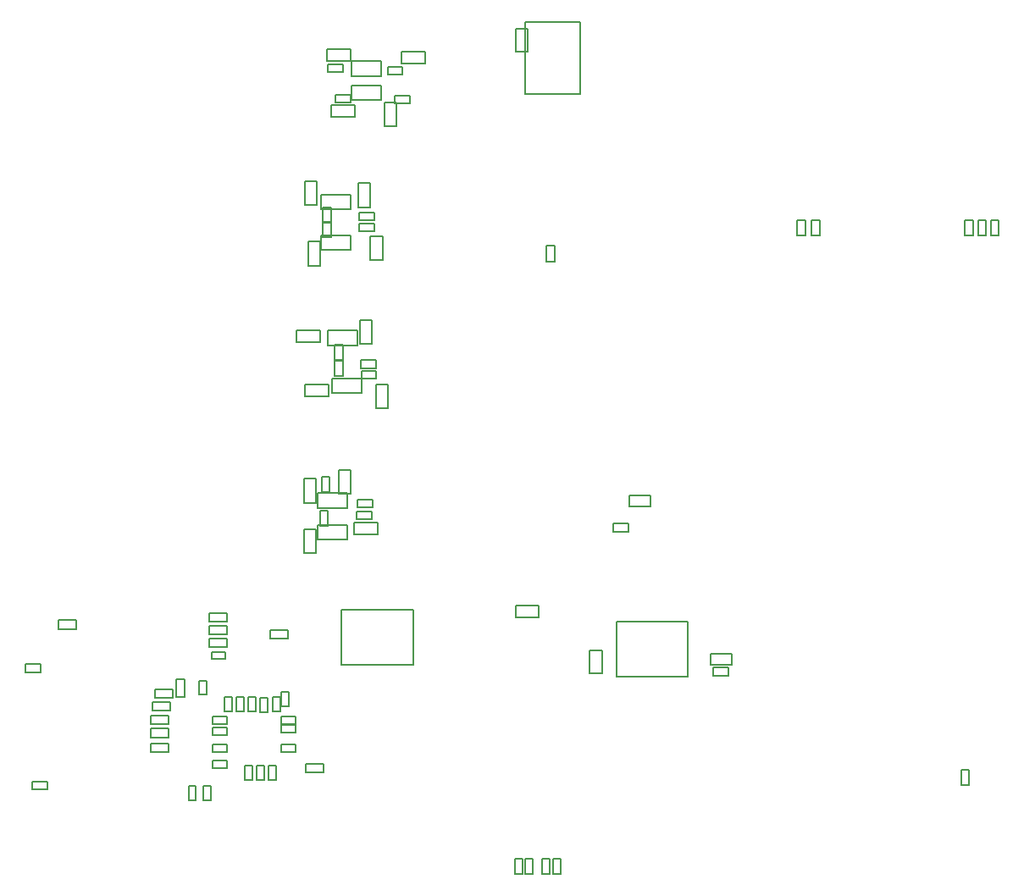
<source format=gbr>
G04*
G04 #@! TF.GenerationSoftware,Altium Limited,Altium Designer,23.7.1 (13)*
G04*
G04 Layer_Color=16711935*
%FSLAX25Y25*%
%MOIN*%
G70*
G04*
G04 #@! TF.SameCoordinates,E44608C4-6370-4D0E-AFC6-BBC59DA78F3B*
G04*
G04*
G04 #@! TF.FilePolarity,Positive*
G04*
G01*
G75*
%ADD12C,0.00787*%
D12*
X280895Y-301418D02*
X289055D01*
Y-297195D01*
X280895D02*
X289055D01*
X280895Y-301418D02*
Y-297195D01*
X243783Y-284398D02*
X271933D01*
X243783Y-306051D02*
Y-284398D01*
Y-306051D02*
X271933D01*
Y-284398D01*
X130709Y-195669D02*
Y-190945D01*
X121260Y-195669D02*
X130709D01*
X121260D02*
Y-190945D01*
X130709D01*
X122614Y-144206D02*
Y-134757D01*
Y-144206D02*
X127338D01*
Y-134757D01*
X122614D02*
X127338D01*
X159088Y-64717D02*
X168537D01*
Y-59993D01*
X159088D02*
X168537D01*
X159088Y-64717D02*
Y-59993D01*
X139512Y-63862D02*
X151158D01*
X139512Y-69603D02*
Y-63862D01*
Y-69603D02*
X151158D01*
Y-63862D01*
X129816Y-59098D02*
X139265D01*
X129816Y-63823D02*
Y-59098D01*
Y-63823D02*
X139265D01*
Y-59098D01*
X130110Y-64997D02*
X136063D01*
X130110Y-68146D02*
Y-64997D01*
Y-68146D02*
X136063D01*
Y-64997D01*
X153732Y-69095D02*
Y-65945D01*
X159685D01*
Y-69095D02*
Y-65945D01*
X153732Y-69095D02*
X159685D01*
X135699Y-279665D02*
X163848D01*
X135699Y-301319D02*
Y-279665D01*
Y-301319D02*
X163848D01*
Y-279665D01*
X248988Y-239034D02*
X257148D01*
Y-234812D01*
X248988D02*
X257148D01*
X248988Y-239034D02*
Y-234812D01*
X13817Y-347349D02*
X19770D01*
X13817Y-350499D02*
Y-347349D01*
Y-350499D02*
X19770D01*
Y-347349D01*
X11203Y-301139D02*
X17156D01*
X11203Y-304289D02*
Y-301139D01*
Y-304289D02*
X17156D01*
Y-301139D01*
X141681Y-244084D02*
Y-240934D01*
X147635D01*
Y-244084D02*
Y-240934D01*
X141681Y-244084D02*
X147635D01*
X140405Y-250000D02*
Y-245276D01*
X149854D01*
Y-250000D02*
Y-245276D01*
X140405Y-250000D02*
X149854D01*
X127067Y-246784D02*
X130217D01*
X127067D02*
Y-240831D01*
X130217D01*
Y-246784D02*
Y-240831D01*
X120711Y-248031D02*
X125435D01*
Y-257480D02*
Y-248031D01*
X120711Y-257480D02*
X125435D01*
X120711D02*
Y-248031D01*
X126170Y-252173D02*
Y-246432D01*
X137817D01*
Y-252173D02*
Y-246432D01*
X126170Y-252173D02*
X137817D01*
X141925Y-239469D02*
Y-236320D01*
X147879D01*
Y-239469D02*
Y-236320D01*
X141925Y-239469D02*
X147879D01*
X134502Y-234121D02*
X139227D01*
X134502D02*
Y-224672D01*
X139227D01*
Y-234121D02*
Y-224672D01*
X127793Y-233488D02*
X130943D01*
X127793D02*
Y-227535D01*
X130943D01*
Y-233488D02*
Y-227535D01*
X120842Y-237598D02*
X125566D01*
X120842D02*
Y-228150D01*
X125566D01*
Y-237598D02*
Y-228150D01*
X126202Y-239583D02*
Y-233842D01*
X137849D01*
Y-239583D02*
Y-233842D01*
X126202Y-239583D02*
X137849D01*
X149204Y-191019D02*
X153928D01*
Y-200468D02*
Y-191019D01*
X149204Y-200468D02*
X153928D01*
X149204D02*
Y-191019D01*
X143406Y-188779D02*
Y-185630D01*
X149359D01*
Y-188779D02*
Y-185630D01*
X143406Y-188779D02*
X149359D01*
X132966Y-187745D02*
X136115D01*
X132966D02*
Y-181791D01*
X136115D01*
Y-187745D02*
Y-181791D01*
X131824Y-194324D02*
Y-188583D01*
X143471D01*
Y-194324D02*
Y-188583D01*
X131824Y-194324D02*
X143471D01*
X143201Y-184646D02*
Y-181496D01*
X149154D01*
Y-184646D02*
Y-181496D01*
X143201Y-184646D02*
X149154D01*
X142964Y-175000D02*
X147688D01*
X142964D02*
Y-165551D01*
X147688D01*
Y-175000D02*
Y-165551D01*
X132951Y-175416D02*
X136100D01*
Y-181369D02*
Y-175416D01*
X132951Y-181369D02*
X136100D01*
X132951D02*
Y-175416D01*
X127332Y-174282D02*
Y-169557D01*
X117883Y-174282D02*
X127332D01*
X117883D02*
Y-169557D01*
X127332D01*
X130333Y-175565D02*
Y-169824D01*
X141979D01*
Y-175565D02*
Y-169824D01*
X130333Y-175565D02*
X141979D01*
X379528Y-342850D02*
X382677D01*
Y-348803D02*
Y-342850D01*
X379528Y-348803D02*
X382677D01*
X379528D02*
Y-342850D01*
X73962Y-314037D02*
Y-307059D01*
X70527D02*
X73962D01*
X70527Y-314037D02*
Y-307059D01*
Y-314037D02*
X73962D01*
X121511Y-340275D02*
X128489D01*
X121511Y-343710D02*
Y-340275D01*
Y-343710D02*
X128489D01*
Y-340275D01*
X83672Y-284424D02*
X90650D01*
Y-280989D01*
X83672D02*
X90650D01*
X83672Y-284424D02*
Y-280989D01*
X83672Y-285989D02*
X90650D01*
X83672Y-289424D02*
Y-285989D01*
Y-289424D02*
X90650D01*
Y-285989D01*
X107591Y-287546D02*
X114569D01*
X107591Y-290981D02*
Y-287546D01*
Y-290981D02*
X114569D01*
Y-287546D01*
X83672Y-294424D02*
X90650D01*
Y-290989D01*
X83672D02*
X90650D01*
X83672Y-294424D02*
Y-290989D01*
X218845Y-383577D02*
X221995D01*
X218845D02*
Y-377623D01*
X221995D01*
Y-383577D02*
Y-377623D01*
X97432Y-346761D02*
Y-340964D01*
Y-346761D02*
X100385D01*
Y-340964D01*
X97432D02*
X100385D01*
X146965Y-121260D02*
Y-111811D01*
X142241D02*
X146965D01*
X142241Y-121260D02*
Y-111811D01*
Y-121260D02*
X146965D01*
X214545Y-383577D02*
X217695D01*
X214545D02*
Y-377623D01*
X217695D01*
Y-383577D02*
Y-377623D01*
X207880Y-383577D02*
X211030D01*
X207880D02*
Y-377623D01*
X211030D01*
Y-383577D02*
Y-377623D01*
X203880Y-383577D02*
X207030D01*
X203880D02*
Y-377623D01*
X207030D01*
Y-383577D02*
Y-377623D01*
X229691Y-76575D02*
Y-48425D01*
X208037D02*
X229691D01*
X208037Y-76575D02*
Y-48425D01*
Y-76575D02*
X229691D01*
X24070Y-287229D02*
X31048D01*
Y-283794D01*
X24070D02*
X31048D01*
X24070Y-287229D02*
Y-283794D01*
X384055Y-132413D02*
Y-126460D01*
X380906D02*
X384055D01*
X380906Y-132413D02*
Y-126460D01*
Y-132413D02*
X384055D01*
X389370D02*
Y-126460D01*
X386221D02*
X389370D01*
X386221Y-132413D02*
Y-126460D01*
Y-132413D02*
X389370D01*
X394291D02*
Y-126460D01*
X391142D02*
X394291D01*
X391142Y-132413D02*
Y-126460D01*
Y-132413D02*
X394291D01*
X323819D02*
Y-126460D01*
X320669D02*
X323819D01*
X320669Y-132413D02*
Y-126460D01*
Y-132413D02*
X323819D01*
X318067D02*
Y-126460D01*
X314917D02*
X318067D01*
X314917Y-132413D02*
Y-126460D01*
Y-132413D02*
X318067D01*
X248550Y-248992D02*
Y-245842D01*
X242597Y-248992D02*
X248550D01*
X242597D02*
Y-245842D01*
X248550D01*
X204155Y-50886D02*
X208879D01*
Y-59941D02*
Y-50886D01*
X204155Y-59941D02*
X208879D01*
X204155D02*
Y-50886D01*
X121260Y-120521D02*
X125984D01*
X121260D02*
Y-111073D01*
X125984D01*
Y-120521D02*
Y-111073D01*
X142617Y-126378D02*
Y-123228D01*
X148570D01*
Y-126378D02*
Y-123228D01*
X142617Y-126378D02*
X148570D01*
X142462Y-130709D02*
Y-127559D01*
X148415D01*
Y-130709D02*
Y-127559D01*
X142462Y-130709D02*
X148415D01*
X128248Y-121347D02*
X131398D01*
Y-127301D02*
Y-121347D01*
X128248Y-127301D02*
X131398D01*
X128248D02*
Y-121347D01*
X147032Y-132677D02*
X151757D01*
Y-142126D02*
Y-132677D01*
X147032Y-142126D02*
X151757D01*
X147032D02*
Y-132677D01*
X127709Y-122021D02*
Y-116280D01*
X139356D01*
Y-122021D02*
Y-116280D01*
X127709Y-122021D02*
X139356D01*
X128248Y-133024D02*
X131398D01*
X128248D02*
Y-127071D01*
X131398D01*
Y-133024D02*
Y-127071D01*
X127709Y-138165D02*
Y-132424D01*
X139356D01*
Y-138165D02*
Y-132424D01*
X127709Y-138165D02*
X139356D01*
X68127Y-319398D02*
Y-315964D01*
X61149Y-319398D02*
X68127D01*
X61149D02*
Y-315964D01*
X68127D01*
X69158Y-314402D02*
Y-310967D01*
X62179Y-314402D02*
X69158D01*
X62179D02*
Y-310967D01*
X69158D01*
X67378Y-335643D02*
Y-332208D01*
X60399Y-335643D02*
X67378D01*
X60399D02*
Y-332208D01*
X67378D01*
X67466Y-324817D02*
Y-321382D01*
X60487Y-324817D02*
X67466D01*
X60487D02*
Y-321382D01*
X67466D01*
X60487Y-329965D02*
Y-326530D01*
X67465D01*
Y-329965D02*
Y-326530D01*
X60487Y-329965D02*
X67465D01*
X81321Y-354700D02*
X84274D01*
X81321D02*
Y-349188D01*
X84274D01*
Y-354700D02*
Y-349188D01*
X90542Y-335791D02*
Y-332839D01*
X85030Y-335791D02*
X90542D01*
X85030D02*
Y-332839D01*
X90542D01*
X89558Y-319650D02*
X92511D01*
X89558D02*
Y-314138D01*
X92511D01*
Y-319650D02*
Y-314138D01*
X99007Y-319649D02*
X101959D01*
X99007D02*
Y-314138D01*
X101959D01*
Y-319649D02*
Y-314138D01*
X108456Y-319650D02*
X111408D01*
X108456D02*
Y-314138D01*
X111408D01*
Y-319650D02*
Y-314138D01*
X111999Y-327917D02*
Y-324965D01*
X117511D01*
Y-327917D02*
Y-324965D01*
X111999Y-327917D02*
X117511D01*
X106881Y-341106D02*
X109834D01*
Y-346618D02*
Y-341106D01*
X106881Y-346618D02*
X109834D01*
X106881D02*
Y-341106D01*
X89917Y-299183D02*
Y-296230D01*
X84405Y-299183D02*
X89917D01*
X84405D02*
Y-296230D01*
X89917D01*
X102156Y-341106D02*
X105109D01*
Y-346618D02*
Y-341106D01*
X102156Y-346618D02*
X105109D01*
X102156D02*
Y-341106D01*
X111999Y-335791D02*
Y-332839D01*
X117511D01*
Y-335791D02*
Y-332839D01*
X111999Y-335791D02*
X117511D01*
X111999Y-324768D02*
Y-321815D01*
X117511D01*
Y-324768D02*
Y-321815D01*
X111999Y-324768D02*
X117511D01*
X111999Y-317618D02*
X114952D01*
X111999D02*
Y-312106D01*
X114952D01*
Y-317618D02*
Y-312106D01*
X94282Y-319650D02*
X97235D01*
X94282D02*
Y-314138D01*
X97235D01*
Y-319650D02*
Y-314138D01*
X90542Y-329098D02*
Y-326146D01*
X85030Y-329098D02*
X90542D01*
X85030D02*
Y-326146D01*
X90542D01*
X90542Y-342091D02*
Y-339138D01*
X85031Y-342091D02*
X90542D01*
X85031D02*
Y-339138D01*
X90542D01*
X103650Y-319945D02*
X106603D01*
X103650D02*
Y-314433D01*
X106603D01*
Y-319945D02*
Y-314433D01*
X90542Y-324768D02*
Y-321815D01*
X85031Y-324768D02*
X90542D01*
X85031D02*
Y-321815D01*
X90542D01*
X216107Y-136381D02*
X219650D01*
Y-142582D02*
Y-136381D01*
X216107Y-142582D02*
X219650D01*
X216107D02*
Y-136381D01*
X139133Y-80118D02*
Y-76969D01*
X133179Y-80118D02*
X139133D01*
X133179D02*
Y-76969D01*
X139133D01*
X140880Y-85643D02*
Y-80919D01*
X131431Y-85643D02*
X140880D01*
X131431D02*
Y-80919D01*
X140880D01*
X156637Y-80511D02*
Y-77361D01*
X162591D01*
Y-80511D02*
Y-77361D01*
X156637Y-80511D02*
X162591D01*
X152574Y-80046D02*
X157299D01*
Y-89495D02*
Y-80046D01*
X152574Y-89495D02*
X157299D01*
X152574D02*
Y-80046D01*
X151305Y-79052D02*
Y-73311D01*
X139659Y-79052D02*
X151305D01*
X139659D02*
Y-73311D01*
X151305D01*
X204078Y-282787D02*
Y-278063D01*
X213133D01*
Y-282787D02*
Y-278063D01*
X204078Y-282787D02*
X213133D01*
X281998Y-305606D02*
Y-302456D01*
X287951D01*
Y-305606D02*
Y-302456D01*
X281998Y-305606D02*
X287951D01*
X233326Y-304732D02*
X238051D01*
X233326D02*
Y-295676D01*
X238051D01*
Y-304732D02*
Y-295676D01*
X75408Y-354700D02*
X78361D01*
X75408D02*
Y-349188D01*
X78361D01*
Y-354700D02*
Y-349188D01*
X79537Y-307566D02*
X82490D01*
Y-313078D02*
Y-307566D01*
X79537Y-313078D02*
X82490D01*
X79537D02*
Y-307566D01*
M02*

</source>
